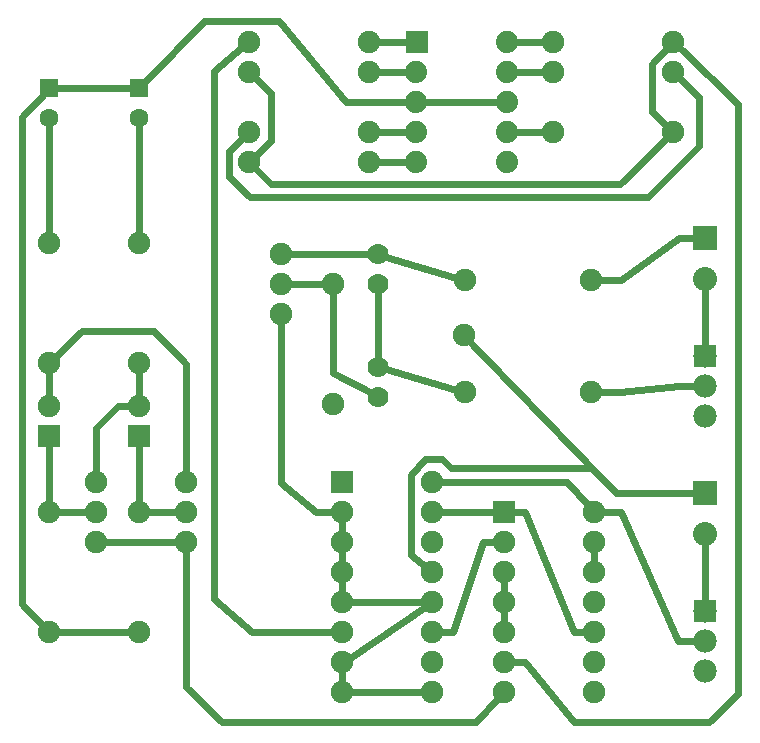
<source format=gtl>
G04 MADE WITH FRITZING*
G04 WWW.FRITZING.ORG*
G04 DOUBLE SIDED*
G04 HOLES PLATED*
G04 CONTOUR ON CENTER OF CONTOUR VECTOR*
%ASAXBY*%
%FSLAX23Y23*%
%MOIN*%
%OFA0B0*%
%SFA1.0B1.0*%
%ADD10C,0.075000*%
%ADD11C,0.075118*%
%ADD12C,0.074803*%
%ADD13C,0.080000*%
%ADD14C,0.070000*%
%ADD15C,0.078000*%
%ADD16C,0.074000*%
%ADD17C,0.062992*%
%ADD18R,0.080000X0.080000*%
%ADD19R,0.075000X0.075000*%
%ADD20R,0.078000X0.078000*%
%ADD21R,0.074000X0.074000*%
%ADD22R,0.062992X0.062992*%
%ADD23C,0.024000*%
%LNCOPPER1*%
G90*
G70*
G54D10*
X622Y1693D03*
X622Y1293D03*
X321Y1693D03*
X321Y1293D03*
G54D11*
X2129Y1570D03*
X1707Y1570D03*
X1707Y1196D03*
X2129Y1196D03*
X2129Y1570D03*
X1707Y1570D03*
X1707Y1196D03*
X2129Y1196D03*
G54D12*
X1706Y1386D03*
G54D10*
X321Y397D03*
X321Y797D03*
X621Y397D03*
X621Y797D03*
X1268Y1556D03*
X1268Y1156D03*
G54D13*
X2508Y862D03*
X2508Y724D03*
G54D10*
X1840Y796D03*
X2140Y796D03*
X1840Y696D03*
X2140Y696D03*
X1840Y596D03*
X2140Y596D03*
X1840Y496D03*
X2140Y496D03*
X1840Y396D03*
X2140Y396D03*
X1840Y296D03*
X2140Y296D03*
X1840Y196D03*
X2140Y196D03*
X1300Y896D03*
X1600Y896D03*
X1300Y796D03*
X1600Y796D03*
X1300Y696D03*
X1600Y696D03*
X1300Y596D03*
X1600Y596D03*
X1300Y496D03*
X1600Y496D03*
X1300Y396D03*
X1600Y396D03*
X1300Y296D03*
X1600Y296D03*
X1300Y196D03*
X1600Y196D03*
X479Y896D03*
X479Y796D03*
X479Y696D03*
X779Y896D03*
X779Y796D03*
X779Y696D03*
X1096Y1656D03*
X1096Y1556D03*
X1096Y1456D03*
G54D14*
X1420Y1181D03*
X1420Y1281D03*
X1420Y1656D03*
X1420Y1556D03*
G54D10*
X621Y1050D03*
X621Y1150D03*
X321Y1051D03*
X321Y1151D03*
G54D15*
X2507Y466D03*
X2507Y366D03*
X2507Y266D03*
G54D16*
X1546Y2364D03*
X1546Y2264D03*
X1546Y2164D03*
X1546Y2064D03*
X1546Y1965D03*
X1847Y1965D03*
X1847Y2064D03*
X1847Y2164D03*
X1847Y2264D03*
X1847Y2364D03*
G54D10*
X988Y2364D03*
X1388Y2364D03*
X987Y2264D03*
X1387Y2264D03*
X987Y2064D03*
X1387Y2064D03*
X987Y1964D03*
X1387Y1964D03*
X2003Y2064D03*
X2403Y2064D03*
X2002Y2264D03*
X2402Y2264D03*
X2003Y2364D03*
X2403Y2364D03*
G54D17*
X622Y2211D03*
X622Y2112D03*
X322Y2210D03*
X322Y2112D03*
G54D13*
X2508Y1712D03*
X2508Y1574D03*
G54D15*
X2508Y1316D03*
X2508Y1216D03*
X2508Y1116D03*
G54D18*
X2508Y862D03*
G54D19*
X1840Y796D03*
X1300Y896D03*
X621Y1050D03*
X321Y1051D03*
G54D20*
X2507Y466D03*
G54D21*
X1547Y2363D03*
G54D22*
X622Y2211D03*
X322Y2210D03*
G54D18*
X2508Y1712D03*
G54D20*
X2508Y1316D03*
G54D23*
X1515Y2364D02*
X1416Y2364D01*
D02*
X1515Y2264D02*
X1416Y2264D01*
D02*
X1515Y2064D02*
X1416Y2064D01*
D02*
X1515Y1965D02*
X1416Y1964D01*
D02*
X1816Y2164D02*
X1577Y2164D01*
D02*
X1878Y2064D02*
X1974Y2064D01*
D02*
X1878Y2264D02*
X1974Y2264D01*
D02*
X1878Y2364D02*
X1974Y2364D01*
D02*
X622Y2085D02*
X622Y1721D01*
D02*
X479Y1077D02*
X553Y1150D01*
D02*
X553Y1150D02*
X592Y1150D01*
D02*
X479Y925D02*
X479Y1077D01*
D02*
X621Y1179D02*
X622Y1264D01*
D02*
X2140Y667D02*
X2140Y625D01*
D02*
X322Y2085D02*
X321Y1721D01*
D02*
X779Y1291D02*
X672Y1401D01*
D02*
X672Y1401D02*
X431Y1401D01*
D02*
X779Y924D02*
X779Y1291D01*
D02*
X431Y1401D02*
X342Y1313D01*
D02*
X321Y1264D02*
X321Y1180D01*
D02*
X593Y397D02*
X350Y397D01*
D02*
X2228Y796D02*
X2419Y366D01*
D02*
X2419Y366D02*
X2477Y366D01*
D02*
X2169Y796D02*
X2228Y796D01*
D02*
X1313Y2164D02*
X1087Y2433D01*
D02*
X1087Y2433D02*
X837Y2433D01*
D02*
X837Y2433D02*
X641Y2230D01*
D02*
X1515Y2164D02*
X1313Y2164D01*
D02*
X349Y2210D02*
X596Y2211D01*
D02*
X1300Y767D02*
X1300Y724D01*
D02*
X1300Y667D02*
X1300Y624D01*
D02*
X1300Y567D02*
X1300Y524D01*
D02*
X1571Y496D02*
X1329Y496D01*
D02*
X1300Y267D02*
X1300Y224D01*
D02*
X1329Y196D02*
X1571Y196D01*
D02*
X1629Y896D02*
X2050Y896D01*
D02*
X2050Y896D02*
X2121Y817D01*
D02*
X450Y796D02*
X350Y797D01*
D02*
X321Y826D02*
X321Y1023D01*
D02*
X750Y796D02*
X650Y796D01*
D02*
X621Y825D02*
X621Y1022D01*
D02*
X1125Y1556D02*
X1239Y1556D01*
D02*
X1268Y1261D02*
X1397Y1193D01*
D02*
X1268Y1527D02*
X1268Y1261D01*
D02*
X1445Y1648D02*
X1670Y1581D01*
D02*
X1125Y1656D02*
X1394Y1656D01*
D02*
X1446Y1274D02*
X1670Y1207D01*
D02*
X1420Y1529D02*
X1420Y1307D01*
D02*
X2421Y1712D02*
X2229Y1570D01*
D02*
X2229Y1570D02*
X2167Y1570D01*
D02*
X2477Y1712D02*
X2421Y1712D01*
D02*
X2226Y1196D02*
X2167Y1196D01*
D02*
X2421Y1216D02*
X2226Y1196D01*
D02*
X2477Y1216D02*
X2421Y1216D01*
D02*
X2507Y496D02*
X2508Y693D01*
D02*
X507Y696D02*
X750Y696D01*
D02*
X2211Y861D02*
X2477Y862D01*
D02*
X1733Y1358D02*
X2211Y861D01*
D02*
X1910Y796D02*
X2071Y396D01*
D02*
X2071Y396D02*
X2112Y396D01*
D02*
X1869Y796D02*
X1910Y796D01*
D02*
X1812Y796D02*
X1629Y796D01*
D02*
X997Y396D02*
X873Y508D01*
D02*
X873Y508D02*
X873Y2266D01*
D02*
X873Y2266D02*
X966Y2346D01*
D02*
X1271Y396D02*
X997Y396D01*
D02*
X921Y2000D02*
X967Y2044D01*
D02*
X1284Y1848D02*
X992Y1848D01*
D02*
X2489Y2180D02*
X2489Y2016D01*
D02*
X2320Y1848D02*
X1284Y1848D01*
D02*
X2423Y2244D02*
X2489Y2180D01*
D02*
X2489Y2016D02*
X2320Y1848D01*
D02*
X992Y1848D02*
X921Y1913D01*
D02*
X921Y1913D02*
X921Y2000D01*
D02*
X1770Y696D02*
X1812Y696D01*
D02*
X1669Y396D02*
X1770Y696D01*
D02*
X1629Y396D02*
X1669Y396D01*
D02*
X1840Y525D02*
X1840Y567D01*
D02*
X1840Y467D02*
X1840Y425D01*
D02*
X2071Y98D02*
X1910Y296D01*
D02*
X1910Y296D02*
X1869Y296D01*
D02*
X2522Y98D02*
X2071Y98D01*
D02*
X2620Y192D02*
X2522Y98D01*
D02*
X2620Y2158D02*
X2620Y192D01*
D02*
X2424Y2344D02*
X2620Y2158D01*
D02*
X2331Y2131D02*
X2382Y2084D01*
D02*
X2383Y2343D02*
X2331Y2289D01*
D02*
X2331Y2289D02*
X2331Y2131D01*
D02*
X2224Y1891D02*
X1062Y1891D01*
D02*
X1062Y1891D02*
X1008Y1944D01*
D02*
X2382Y2044D02*
X2224Y1891D01*
D02*
X1062Y2194D02*
X1008Y2244D01*
D02*
X1008Y1984D02*
X1062Y2034D01*
D02*
X1062Y2034D02*
X1062Y2194D01*
D02*
X2508Y1543D02*
X2508Y1346D01*
D02*
X1324Y312D02*
X1576Y480D01*
D02*
X779Y213D02*
X779Y667D01*
D02*
X900Y98D02*
X779Y213D01*
D02*
X1744Y98D02*
X900Y98D01*
D02*
X1820Y176D02*
X1744Y98D01*
D02*
X231Y489D02*
X231Y2114D01*
D02*
X301Y417D02*
X231Y489D01*
D02*
X231Y2114D02*
X304Y2191D01*
D02*
X1096Y895D02*
X1096Y1427D01*
D02*
X1213Y796D02*
X1096Y895D01*
D02*
X1271Y796D02*
X1213Y796D01*
D02*
X2132Y943D02*
X2211Y862D01*
D02*
X2211Y862D02*
X2477Y862D01*
D02*
X1530Y921D02*
X1574Y973D01*
D02*
X1632Y973D02*
X1662Y943D01*
D02*
X1662Y943D02*
X2132Y943D01*
D02*
X1578Y614D02*
X1530Y654D01*
D02*
X1574Y973D02*
X1632Y973D01*
D02*
X1530Y654D02*
X1530Y921D01*
G04 End of Copper1*
M02*
</source>
